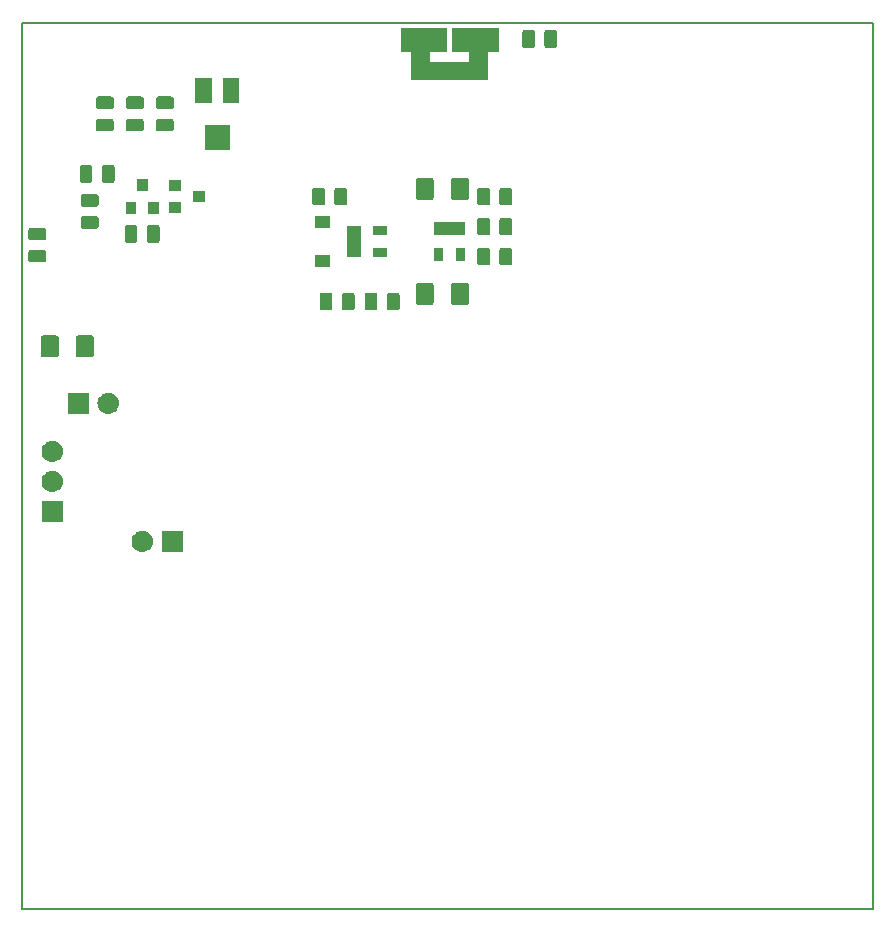
<source format=gbr>
%TF.GenerationSoftware,KiCad,Pcbnew,5.0.2-bee76a0~70~ubuntu18.04.1*%
%TF.CreationDate,2019-02-03T14:37:59+02:00*%
%TF.ProjectId,component_tester_adapter,636f6d70-6f6e-4656-9e74-5f7465737465,B*%
%TF.SameCoordinates,PX7e911f8PY6f6d640*%
%TF.FileFunction,Soldermask,Top*%
%TF.FilePolarity,Negative*%
%FSLAX46Y46*%
G04 Gerber Fmt 4.6, Leading zero omitted, Abs format (unit mm)*
G04 Created by KiCad (PCBNEW 5.0.2-bee76a0~70~ubuntu18.04.1) date 2019 m. vasario 03 d. 14:37:59*
%MOMM*%
%LPD*%
G01*
G04 APERTURE LIST*
%ADD10C,0.150000*%
G04 APERTURE END LIST*
D10*
X7620000Y54680000D02*
X56125000Y54680000D01*
X-15875000Y54680000D02*
X7620000Y54680000D01*
X56125000Y-20320000D02*
X56125000Y54680000D01*
X56125000Y-20320000D02*
X-15875000Y-20320000D01*
X-15875000Y-20320000D02*
X-15875000Y54680000D01*
G36*
X-2274000Y9894000D02*
X-4076000Y9894000D01*
X-4076000Y11696000D01*
X-2274000Y11696000D01*
X-2274000Y9894000D01*
X-2274000Y9894000D01*
G37*
G36*
X-5604557Y11689481D02*
X-5538373Y11682963D01*
X-5425147Y11648616D01*
X-5368533Y11631443D01*
X-5229913Y11557348D01*
X-5212009Y11547778D01*
X-5176271Y11518448D01*
X-5074814Y11435186D01*
X-4991552Y11333729D01*
X-4962222Y11297991D01*
X-4962221Y11297989D01*
X-4878557Y11141467D01*
X-4878557Y11141466D01*
X-4827037Y10971627D01*
X-4809641Y10795000D01*
X-4827037Y10618373D01*
X-4861384Y10505147D01*
X-4878557Y10448533D01*
X-4952652Y10309913D01*
X-4962222Y10292009D01*
X-4991552Y10256271D01*
X-5074814Y10154814D01*
X-5176271Y10071552D01*
X-5212009Y10042222D01*
X-5212011Y10042221D01*
X-5368533Y9958557D01*
X-5425147Y9941384D01*
X-5538373Y9907037D01*
X-5604558Y9900518D01*
X-5670740Y9894000D01*
X-5759260Y9894000D01*
X-5825442Y9900518D01*
X-5891627Y9907037D01*
X-6004853Y9941384D01*
X-6061467Y9958557D01*
X-6217989Y10042221D01*
X-6217991Y10042222D01*
X-6253729Y10071552D01*
X-6355186Y10154814D01*
X-6438448Y10256271D01*
X-6467778Y10292009D01*
X-6477348Y10309913D01*
X-6551443Y10448533D01*
X-6568616Y10505147D01*
X-6602963Y10618373D01*
X-6620359Y10795000D01*
X-6602963Y10971627D01*
X-6551443Y11141466D01*
X-6551443Y11141467D01*
X-6467779Y11297989D01*
X-6467778Y11297991D01*
X-6438448Y11333729D01*
X-6355186Y11435186D01*
X-6253729Y11518448D01*
X-6217991Y11547778D01*
X-6200087Y11557348D01*
X-6061467Y11631443D01*
X-6004853Y11648616D01*
X-5891627Y11682963D01*
X-5825442Y11689482D01*
X-5759260Y11696000D01*
X-5670740Y11696000D01*
X-5604557Y11689481D01*
X-5604557Y11689481D01*
G37*
G36*
X-12434000Y12434000D02*
X-14236000Y12434000D01*
X-14236000Y14236000D01*
X-12434000Y14236000D01*
X-12434000Y12434000D01*
X-12434000Y12434000D01*
G37*
G36*
X-13224558Y16769482D02*
X-13158373Y16762963D01*
X-13045147Y16728616D01*
X-12988533Y16711443D01*
X-12849913Y16637348D01*
X-12832009Y16627778D01*
X-12796271Y16598448D01*
X-12694814Y16515186D01*
X-12611552Y16413729D01*
X-12582222Y16377991D01*
X-12582221Y16377989D01*
X-12498557Y16221467D01*
X-12498557Y16221466D01*
X-12447037Y16051627D01*
X-12429641Y15875000D01*
X-12447037Y15698373D01*
X-12481384Y15585147D01*
X-12498557Y15528533D01*
X-12572652Y15389913D01*
X-12582222Y15372009D01*
X-12611552Y15336271D01*
X-12694814Y15234814D01*
X-12796271Y15151552D01*
X-12832009Y15122222D01*
X-12832011Y15122221D01*
X-12988533Y15038557D01*
X-13045147Y15021384D01*
X-13158373Y14987037D01*
X-13224557Y14980519D01*
X-13290740Y14974000D01*
X-13379260Y14974000D01*
X-13445442Y14980518D01*
X-13511627Y14987037D01*
X-13624853Y15021384D01*
X-13681467Y15038557D01*
X-13837989Y15122221D01*
X-13837991Y15122222D01*
X-13873729Y15151552D01*
X-13975186Y15234814D01*
X-14058448Y15336271D01*
X-14087778Y15372009D01*
X-14097348Y15389913D01*
X-14171443Y15528533D01*
X-14188616Y15585147D01*
X-14222963Y15698373D01*
X-14240359Y15875000D01*
X-14222963Y16051627D01*
X-14171443Y16221466D01*
X-14171443Y16221467D01*
X-14087779Y16377989D01*
X-14087778Y16377991D01*
X-14058448Y16413729D01*
X-13975186Y16515186D01*
X-13873729Y16598448D01*
X-13837991Y16627778D01*
X-13820087Y16637348D01*
X-13681467Y16711443D01*
X-13624853Y16728616D01*
X-13511627Y16762963D01*
X-13445443Y16769481D01*
X-13379260Y16776000D01*
X-13290740Y16776000D01*
X-13224558Y16769482D01*
X-13224558Y16769482D01*
G37*
G36*
X-13224558Y19309482D02*
X-13158373Y19302963D01*
X-13045147Y19268616D01*
X-12988533Y19251443D01*
X-12849913Y19177348D01*
X-12832009Y19167778D01*
X-12796271Y19138448D01*
X-12694814Y19055186D01*
X-12611552Y18953729D01*
X-12582222Y18917991D01*
X-12582221Y18917989D01*
X-12498557Y18761467D01*
X-12498557Y18761466D01*
X-12447037Y18591627D01*
X-12429641Y18415000D01*
X-12447037Y18238373D01*
X-12481384Y18125147D01*
X-12498557Y18068533D01*
X-12572652Y17929913D01*
X-12582222Y17912009D01*
X-12611552Y17876271D01*
X-12694814Y17774814D01*
X-12796271Y17691552D01*
X-12832009Y17662222D01*
X-12832011Y17662221D01*
X-12988533Y17578557D01*
X-13045147Y17561384D01*
X-13158373Y17527037D01*
X-13224558Y17520518D01*
X-13290740Y17514000D01*
X-13379260Y17514000D01*
X-13445443Y17520519D01*
X-13511627Y17527037D01*
X-13624853Y17561384D01*
X-13681467Y17578557D01*
X-13837989Y17662221D01*
X-13837991Y17662222D01*
X-13873729Y17691552D01*
X-13975186Y17774814D01*
X-14058448Y17876271D01*
X-14087778Y17912009D01*
X-14097348Y17929913D01*
X-14171443Y18068533D01*
X-14188616Y18125147D01*
X-14222963Y18238373D01*
X-14240359Y18415000D01*
X-14222963Y18591627D01*
X-14171443Y18761466D01*
X-14171443Y18761467D01*
X-14087779Y18917989D01*
X-14087778Y18917991D01*
X-14058448Y18953729D01*
X-13975186Y19055186D01*
X-13873729Y19138448D01*
X-13837991Y19167778D01*
X-13820087Y19177348D01*
X-13681467Y19251443D01*
X-13624853Y19268616D01*
X-13511627Y19302963D01*
X-13445442Y19309482D01*
X-13379260Y19316000D01*
X-13290740Y19316000D01*
X-13224558Y19309482D01*
X-13224558Y19309482D01*
G37*
G36*
X-10234000Y21579000D02*
X-12036000Y21579000D01*
X-12036000Y23381000D01*
X-10234000Y23381000D01*
X-10234000Y21579000D01*
X-10234000Y21579000D01*
G37*
G36*
X-8484557Y23374481D02*
X-8418373Y23367963D01*
X-8305147Y23333616D01*
X-8248533Y23316443D01*
X-8109913Y23242348D01*
X-8092009Y23232778D01*
X-8056271Y23203448D01*
X-7954814Y23120186D01*
X-7871552Y23018729D01*
X-7842222Y22982991D01*
X-7842221Y22982989D01*
X-7758557Y22826467D01*
X-7758557Y22826466D01*
X-7707037Y22656627D01*
X-7689641Y22480000D01*
X-7707037Y22303373D01*
X-7741384Y22190147D01*
X-7758557Y22133533D01*
X-7832652Y21994913D01*
X-7842222Y21977009D01*
X-7871552Y21941271D01*
X-7954814Y21839814D01*
X-8056271Y21756552D01*
X-8092009Y21727222D01*
X-8092011Y21727221D01*
X-8248533Y21643557D01*
X-8305147Y21626384D01*
X-8418373Y21592037D01*
X-8484558Y21585518D01*
X-8550740Y21579000D01*
X-8639260Y21579000D01*
X-8705443Y21585519D01*
X-8771627Y21592037D01*
X-8884853Y21626384D01*
X-8941467Y21643557D01*
X-9097989Y21727221D01*
X-9097991Y21727222D01*
X-9133729Y21756552D01*
X-9235186Y21839814D01*
X-9318448Y21941271D01*
X-9347778Y21977009D01*
X-9357348Y21994913D01*
X-9431443Y22133533D01*
X-9448616Y22190147D01*
X-9482963Y22303373D01*
X-9500359Y22480000D01*
X-9482963Y22656627D01*
X-9431443Y22826466D01*
X-9431443Y22826467D01*
X-9347779Y22982989D01*
X-9347778Y22982991D01*
X-9318448Y23018729D01*
X-9235186Y23120186D01*
X-9133729Y23203448D01*
X-9097991Y23232778D01*
X-9080087Y23242348D01*
X-8941467Y23316443D01*
X-8884853Y23333616D01*
X-8771627Y23367963D01*
X-8705443Y23374481D01*
X-8639260Y23381000D01*
X-8550740Y23381000D01*
X-8484557Y23374481D01*
X-8484557Y23374481D01*
G37*
G36*
X-12939438Y28226819D02*
X-12904523Y28216227D01*
X-12872335Y28199022D01*
X-12844127Y28175873D01*
X-12820978Y28147665D01*
X-12803773Y28115477D01*
X-12793181Y28080562D01*
X-12789000Y28038105D01*
X-12789000Y26571895D01*
X-12793181Y26529438D01*
X-12803773Y26494523D01*
X-12820978Y26462335D01*
X-12844127Y26434127D01*
X-12872335Y26410978D01*
X-12904523Y26393773D01*
X-12939438Y26383181D01*
X-12981895Y26379000D01*
X-14123105Y26379000D01*
X-14165562Y26383181D01*
X-14200477Y26393773D01*
X-14232665Y26410978D01*
X-14260873Y26434127D01*
X-14284022Y26462335D01*
X-14301227Y26494523D01*
X-14311819Y26529438D01*
X-14316000Y26571895D01*
X-14316000Y28038105D01*
X-14311819Y28080562D01*
X-14301227Y28115477D01*
X-14284022Y28147665D01*
X-14260873Y28175873D01*
X-14232665Y28199022D01*
X-14200477Y28216227D01*
X-14165562Y28226819D01*
X-14123105Y28231000D01*
X-12981895Y28231000D01*
X-12939438Y28226819D01*
X-12939438Y28226819D01*
G37*
G36*
X-9964438Y28226819D02*
X-9929523Y28216227D01*
X-9897335Y28199022D01*
X-9869127Y28175873D01*
X-9845978Y28147665D01*
X-9828773Y28115477D01*
X-9818181Y28080562D01*
X-9814000Y28038105D01*
X-9814000Y26571895D01*
X-9818181Y26529438D01*
X-9828773Y26494523D01*
X-9845978Y26462335D01*
X-9869127Y26434127D01*
X-9897335Y26410978D01*
X-9929523Y26393773D01*
X-9964438Y26383181D01*
X-10006895Y26379000D01*
X-11148105Y26379000D01*
X-11190562Y26383181D01*
X-11225477Y26393773D01*
X-11257665Y26410978D01*
X-11285873Y26434127D01*
X-11309022Y26462335D01*
X-11326227Y26494523D01*
X-11336819Y26529438D01*
X-11341000Y26571895D01*
X-11341000Y28038105D01*
X-11336819Y28080562D01*
X-11326227Y28115477D01*
X-11309022Y28147665D01*
X-11285873Y28175873D01*
X-11257665Y28199022D01*
X-11225477Y28216227D01*
X-11190562Y28226819D01*
X-11148105Y28231000D01*
X-10006895Y28231000D01*
X-9964438Y28226819D01*
X-9964438Y28226819D01*
G37*
G36*
X12104466Y31861435D02*
X12143137Y31849704D01*
X12178779Y31830652D01*
X12210017Y31805017D01*
X12235652Y31773779D01*
X12254704Y31738137D01*
X12266435Y31699466D01*
X12271000Y31653112D01*
X12271000Y30576888D01*
X12266435Y30530534D01*
X12254704Y30491863D01*
X12235652Y30456221D01*
X12210017Y30424983D01*
X12178779Y30399348D01*
X12143137Y30380296D01*
X12104466Y30368565D01*
X12058112Y30364000D01*
X11406888Y30364000D01*
X11360534Y30368565D01*
X11321863Y30380296D01*
X11286221Y30399348D01*
X11254983Y30424983D01*
X11229348Y30456221D01*
X11210296Y30491863D01*
X11198565Y30530534D01*
X11194000Y30576888D01*
X11194000Y31653112D01*
X11198565Y31699466D01*
X11210296Y31738137D01*
X11229348Y31773779D01*
X11254983Y31805017D01*
X11286221Y31830652D01*
X11321863Y31849704D01*
X11360534Y31861435D01*
X11406888Y31866000D01*
X12058112Y31866000D01*
X12104466Y31861435D01*
X12104466Y31861435D01*
G37*
G36*
X10229466Y31861435D02*
X10268137Y31849704D01*
X10303779Y31830652D01*
X10335017Y31805017D01*
X10360652Y31773779D01*
X10379704Y31738137D01*
X10391435Y31699466D01*
X10396000Y31653112D01*
X10396000Y30576888D01*
X10391435Y30530534D01*
X10379704Y30491863D01*
X10360652Y30456221D01*
X10335017Y30424983D01*
X10303779Y30399348D01*
X10268137Y30380296D01*
X10229466Y30368565D01*
X10183112Y30364000D01*
X9531888Y30364000D01*
X9485534Y30368565D01*
X9446863Y30380296D01*
X9411221Y30399348D01*
X9379983Y30424983D01*
X9354348Y30456221D01*
X9335296Y30491863D01*
X9323565Y30530534D01*
X9319000Y30576888D01*
X9319000Y31653112D01*
X9323565Y31699466D01*
X9335296Y31738137D01*
X9354348Y31773779D01*
X9379983Y31805017D01*
X9411221Y31830652D01*
X9446863Y31849704D01*
X9485534Y31861435D01*
X9531888Y31866000D01*
X10183112Y31866000D01*
X10229466Y31861435D01*
X10229466Y31861435D01*
G37*
G36*
X15914466Y31861435D02*
X15953137Y31849704D01*
X15988779Y31830652D01*
X16020017Y31805017D01*
X16045652Y31773779D01*
X16064704Y31738137D01*
X16076435Y31699466D01*
X16081000Y31653112D01*
X16081000Y30576888D01*
X16076435Y30530534D01*
X16064704Y30491863D01*
X16045652Y30456221D01*
X16020017Y30424983D01*
X15988779Y30399348D01*
X15953137Y30380296D01*
X15914466Y30368565D01*
X15868112Y30364000D01*
X15216888Y30364000D01*
X15170534Y30368565D01*
X15131863Y30380296D01*
X15096221Y30399348D01*
X15064983Y30424983D01*
X15039348Y30456221D01*
X15020296Y30491863D01*
X15008565Y30530534D01*
X15004000Y30576888D01*
X15004000Y31653112D01*
X15008565Y31699466D01*
X15020296Y31738137D01*
X15039348Y31773779D01*
X15064983Y31805017D01*
X15096221Y31830652D01*
X15131863Y31849704D01*
X15170534Y31861435D01*
X15216888Y31866000D01*
X15868112Y31866000D01*
X15914466Y31861435D01*
X15914466Y31861435D01*
G37*
G36*
X14039466Y31861435D02*
X14078137Y31849704D01*
X14113779Y31830652D01*
X14145017Y31805017D01*
X14170652Y31773779D01*
X14189704Y31738137D01*
X14201435Y31699466D01*
X14206000Y31653112D01*
X14206000Y30576888D01*
X14201435Y30530534D01*
X14189704Y30491863D01*
X14170652Y30456221D01*
X14145017Y30424983D01*
X14113779Y30399348D01*
X14078137Y30380296D01*
X14039466Y30368565D01*
X13993112Y30364000D01*
X13341888Y30364000D01*
X13295534Y30368565D01*
X13256863Y30380296D01*
X13221221Y30399348D01*
X13189983Y30424983D01*
X13164348Y30456221D01*
X13145296Y30491863D01*
X13133565Y30530534D01*
X13129000Y30576888D01*
X13129000Y31653112D01*
X13133565Y31699466D01*
X13145296Y31738137D01*
X13164348Y31773779D01*
X13189983Y31805017D01*
X13221221Y31830652D01*
X13256863Y31849704D01*
X13295534Y31861435D01*
X13341888Y31866000D01*
X13993112Y31866000D01*
X14039466Y31861435D01*
X14039466Y31861435D01*
G37*
G36*
X18810562Y32671819D02*
X18845477Y32661227D01*
X18877665Y32644022D01*
X18905873Y32620873D01*
X18929022Y32592665D01*
X18946227Y32560477D01*
X18956819Y32525562D01*
X18961000Y32483105D01*
X18961000Y31016895D01*
X18956819Y30974438D01*
X18946227Y30939523D01*
X18929022Y30907335D01*
X18905873Y30879127D01*
X18877665Y30855978D01*
X18845477Y30838773D01*
X18810562Y30828181D01*
X18768105Y30824000D01*
X17626895Y30824000D01*
X17584438Y30828181D01*
X17549523Y30838773D01*
X17517335Y30855978D01*
X17489127Y30879127D01*
X17465978Y30907335D01*
X17448773Y30939523D01*
X17438181Y30974438D01*
X17434000Y31016895D01*
X17434000Y32483105D01*
X17438181Y32525562D01*
X17448773Y32560477D01*
X17465978Y32592665D01*
X17489127Y32620873D01*
X17517335Y32644022D01*
X17549523Y32661227D01*
X17584438Y32671819D01*
X17626895Y32676000D01*
X18768105Y32676000D01*
X18810562Y32671819D01*
X18810562Y32671819D01*
G37*
G36*
X21785562Y32671819D02*
X21820477Y32661227D01*
X21852665Y32644022D01*
X21880873Y32620873D01*
X21904022Y32592665D01*
X21921227Y32560477D01*
X21931819Y32525562D01*
X21936000Y32483105D01*
X21936000Y31016895D01*
X21931819Y30974438D01*
X21921227Y30939523D01*
X21904022Y30907335D01*
X21880873Y30879127D01*
X21852665Y30855978D01*
X21820477Y30838773D01*
X21785562Y30828181D01*
X21743105Y30824000D01*
X20601895Y30824000D01*
X20559438Y30828181D01*
X20524523Y30838773D01*
X20492335Y30855978D01*
X20464127Y30879127D01*
X20440978Y30907335D01*
X20423773Y30939523D01*
X20413181Y30974438D01*
X20409000Y31016895D01*
X20409000Y32483105D01*
X20413181Y32525562D01*
X20423773Y32560477D01*
X20440978Y32592665D01*
X20464127Y32620873D01*
X20492335Y32644022D01*
X20524523Y32661227D01*
X20559438Y32671819D01*
X20601895Y32676000D01*
X21743105Y32676000D01*
X21785562Y32671819D01*
X21785562Y32671819D01*
G37*
G36*
X10176000Y34044000D02*
X8874000Y34044000D01*
X8874000Y35046000D01*
X10176000Y35046000D01*
X10176000Y34044000D01*
X10176000Y34044000D01*
G37*
G36*
X23564466Y35671435D02*
X23603137Y35659704D01*
X23638779Y35640652D01*
X23670017Y35615017D01*
X23695652Y35583779D01*
X23714704Y35548137D01*
X23726435Y35509466D01*
X23731000Y35463112D01*
X23731000Y34386888D01*
X23726435Y34340534D01*
X23714704Y34301863D01*
X23695652Y34266221D01*
X23670017Y34234983D01*
X23638779Y34209348D01*
X23603137Y34190296D01*
X23564466Y34178565D01*
X23518112Y34174000D01*
X22866888Y34174000D01*
X22820534Y34178565D01*
X22781863Y34190296D01*
X22746221Y34209348D01*
X22714983Y34234983D01*
X22689348Y34266221D01*
X22670296Y34301863D01*
X22658565Y34340534D01*
X22654000Y34386888D01*
X22654000Y35463112D01*
X22658565Y35509466D01*
X22670296Y35548137D01*
X22689348Y35583779D01*
X22714983Y35615017D01*
X22746221Y35640652D01*
X22781863Y35659704D01*
X22820534Y35671435D01*
X22866888Y35676000D01*
X23518112Y35676000D01*
X23564466Y35671435D01*
X23564466Y35671435D01*
G37*
G36*
X25439466Y35671435D02*
X25478137Y35659704D01*
X25513779Y35640652D01*
X25545017Y35615017D01*
X25570652Y35583779D01*
X25589704Y35548137D01*
X25601435Y35509466D01*
X25606000Y35463112D01*
X25606000Y34386888D01*
X25601435Y34340534D01*
X25589704Y34301863D01*
X25570652Y34266221D01*
X25545017Y34234983D01*
X25513779Y34209348D01*
X25478137Y34190296D01*
X25439466Y34178565D01*
X25393112Y34174000D01*
X24741888Y34174000D01*
X24695534Y34178565D01*
X24656863Y34190296D01*
X24621221Y34209348D01*
X24589983Y34234983D01*
X24564348Y34266221D01*
X24545296Y34301863D01*
X24533565Y34340534D01*
X24529000Y34386888D01*
X24529000Y35463112D01*
X24533565Y35509466D01*
X24545296Y35548137D01*
X24564348Y35583779D01*
X24589983Y35615017D01*
X24621221Y35640652D01*
X24656863Y35659704D01*
X24695534Y35671435D01*
X24741888Y35676000D01*
X25393112Y35676000D01*
X25439466Y35671435D01*
X25439466Y35671435D01*
G37*
G36*
X-14020534Y35488935D02*
X-13981863Y35477204D01*
X-13946221Y35458152D01*
X-13914983Y35432517D01*
X-13889348Y35401279D01*
X-13870296Y35365637D01*
X-13858565Y35326966D01*
X-13854000Y35280612D01*
X-13854000Y34629388D01*
X-13858565Y34583034D01*
X-13870296Y34544363D01*
X-13889348Y34508721D01*
X-13914983Y34477483D01*
X-13946221Y34451848D01*
X-13981863Y34432796D01*
X-14020534Y34421065D01*
X-14066888Y34416500D01*
X-15143112Y34416500D01*
X-15189466Y34421065D01*
X-15228137Y34432796D01*
X-15263779Y34451848D01*
X-15295017Y34477483D01*
X-15320652Y34508721D01*
X-15339704Y34544363D01*
X-15351435Y34583034D01*
X-15356000Y34629388D01*
X-15356000Y35280612D01*
X-15351435Y35326966D01*
X-15339704Y35365637D01*
X-15320652Y35401279D01*
X-15295017Y35432517D01*
X-15263779Y35458152D01*
X-15228137Y35477204D01*
X-15189466Y35488935D01*
X-15143112Y35493500D01*
X-14066888Y35493500D01*
X-14020534Y35488935D01*
X-14020534Y35488935D01*
G37*
G36*
X21646000Y34514000D02*
X20894000Y34514000D01*
X20894000Y35676000D01*
X21646000Y35676000D01*
X21646000Y34514000D01*
X21646000Y34514000D01*
G37*
G36*
X19746000Y34514000D02*
X18994000Y34514000D01*
X18994000Y35676000D01*
X19746000Y35676000D01*
X19746000Y34514000D01*
X19746000Y34514000D01*
G37*
G36*
X15016000Y34869000D02*
X13854000Y34869000D01*
X13854000Y35621000D01*
X15016000Y35621000D01*
X15016000Y34869000D01*
X15016000Y34869000D01*
G37*
G36*
X12816000Y34869000D02*
X11654000Y34869000D01*
X11654000Y37521000D01*
X12816000Y37521000D01*
X12816000Y34869000D01*
X12816000Y34869000D01*
G37*
G36*
X-4405534Y37576435D02*
X-4366863Y37564704D01*
X-4331221Y37545652D01*
X-4299983Y37520017D01*
X-4274348Y37488779D01*
X-4255296Y37453137D01*
X-4243565Y37414466D01*
X-4239000Y37368112D01*
X-4239000Y36291888D01*
X-4243565Y36245534D01*
X-4255296Y36206863D01*
X-4274348Y36171221D01*
X-4299983Y36139983D01*
X-4331221Y36114348D01*
X-4366863Y36095296D01*
X-4405534Y36083565D01*
X-4451888Y36079000D01*
X-5103112Y36079000D01*
X-5149466Y36083565D01*
X-5188137Y36095296D01*
X-5223779Y36114348D01*
X-5255017Y36139983D01*
X-5280652Y36171221D01*
X-5299704Y36206863D01*
X-5311435Y36245534D01*
X-5316000Y36291888D01*
X-5316000Y37368112D01*
X-5311435Y37414466D01*
X-5299704Y37453137D01*
X-5280652Y37488779D01*
X-5255017Y37520017D01*
X-5223779Y37545652D01*
X-5188137Y37564704D01*
X-5149466Y37576435D01*
X-5103112Y37581000D01*
X-4451888Y37581000D01*
X-4405534Y37576435D01*
X-4405534Y37576435D01*
G37*
G36*
X-6280534Y37576435D02*
X-6241863Y37564704D01*
X-6206221Y37545652D01*
X-6174983Y37520017D01*
X-6149348Y37488779D01*
X-6130296Y37453137D01*
X-6118565Y37414466D01*
X-6114000Y37368112D01*
X-6114000Y36291888D01*
X-6118565Y36245534D01*
X-6130296Y36206863D01*
X-6149348Y36171221D01*
X-6174983Y36139983D01*
X-6206221Y36114348D01*
X-6241863Y36095296D01*
X-6280534Y36083565D01*
X-6326888Y36079000D01*
X-6978112Y36079000D01*
X-7024466Y36083565D01*
X-7063137Y36095296D01*
X-7098779Y36114348D01*
X-7130017Y36139983D01*
X-7155652Y36171221D01*
X-7174704Y36206863D01*
X-7186435Y36245534D01*
X-7191000Y36291888D01*
X-7191000Y37368112D01*
X-7186435Y37414466D01*
X-7174704Y37453137D01*
X-7155652Y37488779D01*
X-7130017Y37520017D01*
X-7098779Y37545652D01*
X-7063137Y37564704D01*
X-7024466Y37576435D01*
X-6978112Y37581000D01*
X-6326888Y37581000D01*
X-6280534Y37576435D01*
X-6280534Y37576435D01*
G37*
G36*
X-14020534Y37363935D02*
X-13981863Y37352204D01*
X-13946221Y37333152D01*
X-13914983Y37307517D01*
X-13889348Y37276279D01*
X-13870296Y37240637D01*
X-13858565Y37201966D01*
X-13854000Y37155612D01*
X-13854000Y36504388D01*
X-13858565Y36458034D01*
X-13870296Y36419363D01*
X-13889348Y36383721D01*
X-13914983Y36352483D01*
X-13946221Y36326848D01*
X-13981863Y36307796D01*
X-14020534Y36296065D01*
X-14066888Y36291500D01*
X-15143112Y36291500D01*
X-15189466Y36296065D01*
X-15228137Y36307796D01*
X-15263779Y36326848D01*
X-15295017Y36352483D01*
X-15320652Y36383721D01*
X-15339704Y36419363D01*
X-15351435Y36458034D01*
X-15356000Y36504388D01*
X-15356000Y37155612D01*
X-15351435Y37201966D01*
X-15339704Y37240637D01*
X-15320652Y37276279D01*
X-15295017Y37307517D01*
X-15263779Y37333152D01*
X-15228137Y37352204D01*
X-15189466Y37363935D01*
X-15143112Y37368500D01*
X-14066888Y37368500D01*
X-14020534Y37363935D01*
X-14020534Y37363935D01*
G37*
G36*
X23564466Y38211435D02*
X23603137Y38199704D01*
X23638779Y38180652D01*
X23670017Y38155017D01*
X23695652Y38123779D01*
X23714704Y38088137D01*
X23726435Y38049466D01*
X23731000Y38003112D01*
X23731000Y36926888D01*
X23726435Y36880534D01*
X23714704Y36841863D01*
X23695652Y36806221D01*
X23670017Y36774983D01*
X23638779Y36749348D01*
X23603137Y36730296D01*
X23564466Y36718565D01*
X23518112Y36714000D01*
X22866888Y36714000D01*
X22820534Y36718565D01*
X22781863Y36730296D01*
X22746221Y36749348D01*
X22714983Y36774983D01*
X22689348Y36806221D01*
X22670296Y36841863D01*
X22658565Y36880534D01*
X22654000Y36926888D01*
X22654000Y38003112D01*
X22658565Y38049466D01*
X22670296Y38088137D01*
X22689348Y38123779D01*
X22714983Y38155017D01*
X22746221Y38180652D01*
X22781863Y38199704D01*
X22820534Y38211435D01*
X22866888Y38216000D01*
X23518112Y38216000D01*
X23564466Y38211435D01*
X23564466Y38211435D01*
G37*
G36*
X21646000Y36714000D02*
X18994000Y36714000D01*
X18994000Y37876000D01*
X21646000Y37876000D01*
X21646000Y36714000D01*
X21646000Y36714000D01*
G37*
G36*
X25439466Y38211435D02*
X25478137Y38199704D01*
X25513779Y38180652D01*
X25545017Y38155017D01*
X25570652Y38123779D01*
X25589704Y38088137D01*
X25601435Y38049466D01*
X25606000Y38003112D01*
X25606000Y36926888D01*
X25601435Y36880534D01*
X25589704Y36841863D01*
X25570652Y36806221D01*
X25545017Y36774983D01*
X25513779Y36749348D01*
X25478137Y36730296D01*
X25439466Y36718565D01*
X25393112Y36714000D01*
X24741888Y36714000D01*
X24695534Y36718565D01*
X24656863Y36730296D01*
X24621221Y36749348D01*
X24589983Y36774983D01*
X24564348Y36806221D01*
X24545296Y36841863D01*
X24533565Y36880534D01*
X24529000Y36926888D01*
X24529000Y38003112D01*
X24533565Y38049466D01*
X24545296Y38088137D01*
X24564348Y38123779D01*
X24589983Y38155017D01*
X24621221Y38180652D01*
X24656863Y38199704D01*
X24695534Y38211435D01*
X24741888Y38216000D01*
X25393112Y38216000D01*
X25439466Y38211435D01*
X25439466Y38211435D01*
G37*
G36*
X15016000Y36769000D02*
X13854000Y36769000D01*
X13854000Y37521000D01*
X15016000Y37521000D01*
X15016000Y36769000D01*
X15016000Y36769000D01*
G37*
G36*
X-9575534Y38331435D02*
X-9536863Y38319704D01*
X-9501221Y38300652D01*
X-9469983Y38275017D01*
X-9444348Y38243779D01*
X-9425296Y38208137D01*
X-9413565Y38169466D01*
X-9409000Y38123112D01*
X-9409000Y37471888D01*
X-9413565Y37425534D01*
X-9425296Y37386863D01*
X-9444348Y37351221D01*
X-9469983Y37319983D01*
X-9501221Y37294348D01*
X-9536863Y37275296D01*
X-9575534Y37263565D01*
X-9621888Y37259000D01*
X-10698112Y37259000D01*
X-10744466Y37263565D01*
X-10783137Y37275296D01*
X-10818779Y37294348D01*
X-10850017Y37319983D01*
X-10875652Y37351221D01*
X-10894704Y37386863D01*
X-10906435Y37425534D01*
X-10911000Y37471888D01*
X-10911000Y38123112D01*
X-10906435Y38169466D01*
X-10894704Y38208137D01*
X-10875652Y38243779D01*
X-10850017Y38275017D01*
X-10818779Y38300652D01*
X-10783137Y38319704D01*
X-10744466Y38331435D01*
X-10698112Y38336000D01*
X-9621888Y38336000D01*
X-9575534Y38331435D01*
X-9575534Y38331435D01*
G37*
G36*
X10176000Y37344000D02*
X8874000Y37344000D01*
X8874000Y38346000D01*
X10176000Y38346000D01*
X10176000Y37344000D01*
X10176000Y37344000D01*
G37*
G36*
X-4314000Y38504000D02*
X-5216000Y38504000D01*
X-5216000Y39506000D01*
X-4314000Y39506000D01*
X-4314000Y38504000D01*
X-4314000Y38504000D01*
G37*
G36*
X-6214000Y38504000D02*
X-7116000Y38504000D01*
X-7116000Y39506000D01*
X-6214000Y39506000D01*
X-6214000Y38504000D01*
X-6214000Y38504000D01*
G37*
G36*
X-2404000Y38604000D02*
X-3406000Y38604000D01*
X-3406000Y39506000D01*
X-2404000Y39506000D01*
X-2404000Y38604000D01*
X-2404000Y38604000D01*
G37*
G36*
X-9575534Y40206435D02*
X-9536863Y40194704D01*
X-9501221Y40175652D01*
X-9469983Y40150017D01*
X-9444348Y40118779D01*
X-9425296Y40083137D01*
X-9413565Y40044466D01*
X-9409000Y39998112D01*
X-9409000Y39346888D01*
X-9413565Y39300534D01*
X-9425296Y39261863D01*
X-9444348Y39226221D01*
X-9469983Y39194983D01*
X-9501221Y39169348D01*
X-9536863Y39150296D01*
X-9575534Y39138565D01*
X-9621888Y39134000D01*
X-10698112Y39134000D01*
X-10744466Y39138565D01*
X-10783137Y39150296D01*
X-10818779Y39169348D01*
X-10850017Y39194983D01*
X-10875652Y39226221D01*
X-10894704Y39261863D01*
X-10906435Y39300534D01*
X-10911000Y39346888D01*
X-10911000Y39998112D01*
X-10906435Y40044466D01*
X-10894704Y40083137D01*
X-10875652Y40118779D01*
X-10850017Y40150017D01*
X-10818779Y40175652D01*
X-10783137Y40194704D01*
X-10744466Y40206435D01*
X-10698112Y40211000D01*
X-9621888Y40211000D01*
X-9575534Y40206435D01*
X-9575534Y40206435D01*
G37*
G36*
X23564466Y40751435D02*
X23603137Y40739704D01*
X23638779Y40720652D01*
X23670017Y40695017D01*
X23695652Y40663779D01*
X23714704Y40628137D01*
X23726435Y40589466D01*
X23731000Y40543112D01*
X23731000Y39466888D01*
X23726435Y39420534D01*
X23714704Y39381863D01*
X23695652Y39346221D01*
X23670017Y39314983D01*
X23638779Y39289348D01*
X23603137Y39270296D01*
X23564466Y39258565D01*
X23518112Y39254000D01*
X22866888Y39254000D01*
X22820534Y39258565D01*
X22781863Y39270296D01*
X22746221Y39289348D01*
X22714983Y39314983D01*
X22689348Y39346221D01*
X22670296Y39381863D01*
X22658565Y39420534D01*
X22654000Y39466888D01*
X22654000Y40543112D01*
X22658565Y40589466D01*
X22670296Y40628137D01*
X22689348Y40663779D01*
X22714983Y40695017D01*
X22746221Y40720652D01*
X22781863Y40739704D01*
X22820534Y40751435D01*
X22866888Y40756000D01*
X23518112Y40756000D01*
X23564466Y40751435D01*
X23564466Y40751435D01*
G37*
G36*
X25439466Y40751435D02*
X25478137Y40739704D01*
X25513779Y40720652D01*
X25545017Y40695017D01*
X25570652Y40663779D01*
X25589704Y40628137D01*
X25601435Y40589466D01*
X25606000Y40543112D01*
X25606000Y39466888D01*
X25601435Y39420534D01*
X25589704Y39381863D01*
X25570652Y39346221D01*
X25545017Y39314983D01*
X25513779Y39289348D01*
X25478137Y39270296D01*
X25439466Y39258565D01*
X25393112Y39254000D01*
X24741888Y39254000D01*
X24695534Y39258565D01*
X24656863Y39270296D01*
X24621221Y39289348D01*
X24589983Y39314983D01*
X24564348Y39346221D01*
X24545296Y39381863D01*
X24533565Y39420534D01*
X24529000Y39466888D01*
X24529000Y40543112D01*
X24533565Y40589466D01*
X24545296Y40628137D01*
X24564348Y40663779D01*
X24589983Y40695017D01*
X24621221Y40720652D01*
X24656863Y40739704D01*
X24695534Y40751435D01*
X24741888Y40756000D01*
X25393112Y40756000D01*
X25439466Y40751435D01*
X25439466Y40751435D01*
G37*
G36*
X9594466Y40751435D02*
X9633137Y40739704D01*
X9668779Y40720652D01*
X9700017Y40695017D01*
X9725652Y40663779D01*
X9744704Y40628137D01*
X9756435Y40589466D01*
X9761000Y40543112D01*
X9761000Y39466888D01*
X9756435Y39420534D01*
X9744704Y39381863D01*
X9725652Y39346221D01*
X9700017Y39314983D01*
X9668779Y39289348D01*
X9633137Y39270296D01*
X9594466Y39258565D01*
X9548112Y39254000D01*
X8896888Y39254000D01*
X8850534Y39258565D01*
X8811863Y39270296D01*
X8776221Y39289348D01*
X8744983Y39314983D01*
X8719348Y39346221D01*
X8700296Y39381863D01*
X8688565Y39420534D01*
X8684000Y39466888D01*
X8684000Y40543112D01*
X8688565Y40589466D01*
X8700296Y40628137D01*
X8719348Y40663779D01*
X8744983Y40695017D01*
X8776221Y40720652D01*
X8811863Y40739704D01*
X8850534Y40751435D01*
X8896888Y40756000D01*
X9548112Y40756000D01*
X9594466Y40751435D01*
X9594466Y40751435D01*
G37*
G36*
X11469466Y40751435D02*
X11508137Y40739704D01*
X11543779Y40720652D01*
X11575017Y40695017D01*
X11600652Y40663779D01*
X11619704Y40628137D01*
X11631435Y40589466D01*
X11636000Y40543112D01*
X11636000Y39466888D01*
X11631435Y39420534D01*
X11619704Y39381863D01*
X11600652Y39346221D01*
X11575017Y39314983D01*
X11543779Y39289348D01*
X11508137Y39270296D01*
X11469466Y39258565D01*
X11423112Y39254000D01*
X10771888Y39254000D01*
X10725534Y39258565D01*
X10686863Y39270296D01*
X10651221Y39289348D01*
X10619983Y39314983D01*
X10594348Y39346221D01*
X10575296Y39381863D01*
X10563565Y39420534D01*
X10559000Y39466888D01*
X10559000Y40543112D01*
X10563565Y40589466D01*
X10575296Y40628137D01*
X10594348Y40663779D01*
X10619983Y40695017D01*
X10651221Y40720652D01*
X10686863Y40739704D01*
X10725534Y40751435D01*
X10771888Y40756000D01*
X11423112Y40756000D01*
X11469466Y40751435D01*
X11469466Y40751435D01*
G37*
G36*
X-404000Y39554000D02*
X-1406000Y39554000D01*
X-1406000Y40456000D01*
X-404000Y40456000D01*
X-404000Y39554000D01*
X-404000Y39554000D01*
G37*
G36*
X21785562Y41561819D02*
X21820477Y41551227D01*
X21852665Y41534022D01*
X21880873Y41510873D01*
X21904022Y41482665D01*
X21921227Y41450477D01*
X21931819Y41415562D01*
X21936000Y41373105D01*
X21936000Y39906895D01*
X21931819Y39864438D01*
X21921227Y39829523D01*
X21904022Y39797335D01*
X21880873Y39769127D01*
X21852665Y39745978D01*
X21820477Y39728773D01*
X21785562Y39718181D01*
X21743105Y39714000D01*
X20601895Y39714000D01*
X20559438Y39718181D01*
X20524523Y39728773D01*
X20492335Y39745978D01*
X20464127Y39769127D01*
X20440978Y39797335D01*
X20423773Y39829523D01*
X20413181Y39864438D01*
X20409000Y39906895D01*
X20409000Y41373105D01*
X20413181Y41415562D01*
X20423773Y41450477D01*
X20440978Y41482665D01*
X20464127Y41510873D01*
X20492335Y41534022D01*
X20524523Y41551227D01*
X20559438Y41561819D01*
X20601895Y41566000D01*
X21743105Y41566000D01*
X21785562Y41561819D01*
X21785562Y41561819D01*
G37*
G36*
X18810562Y41561819D02*
X18845477Y41551227D01*
X18877665Y41534022D01*
X18905873Y41510873D01*
X18929022Y41482665D01*
X18946227Y41450477D01*
X18956819Y41415562D01*
X18961000Y41373105D01*
X18961000Y39906895D01*
X18956819Y39864438D01*
X18946227Y39829523D01*
X18929022Y39797335D01*
X18905873Y39769127D01*
X18877665Y39745978D01*
X18845477Y39728773D01*
X18810562Y39718181D01*
X18768105Y39714000D01*
X17626895Y39714000D01*
X17584438Y39718181D01*
X17549523Y39728773D01*
X17517335Y39745978D01*
X17489127Y39769127D01*
X17465978Y39797335D01*
X17448773Y39829523D01*
X17438181Y39864438D01*
X17434000Y39906895D01*
X17434000Y41373105D01*
X17438181Y41415562D01*
X17448773Y41450477D01*
X17465978Y41482665D01*
X17489127Y41510873D01*
X17517335Y41534022D01*
X17549523Y41551227D01*
X17584438Y41561819D01*
X17626895Y41566000D01*
X18768105Y41566000D01*
X18810562Y41561819D01*
X18810562Y41561819D01*
G37*
G36*
X-2404000Y40504000D02*
X-3406000Y40504000D01*
X-3406000Y41406000D01*
X-2404000Y41406000D01*
X-2404000Y40504000D01*
X-2404000Y40504000D01*
G37*
G36*
X-5264000Y40504000D02*
X-6166000Y40504000D01*
X-6166000Y41506000D01*
X-5264000Y41506000D01*
X-5264000Y40504000D01*
X-5264000Y40504000D01*
G37*
G36*
X-10090534Y42656435D02*
X-10051863Y42644704D01*
X-10016221Y42625652D01*
X-9984983Y42600017D01*
X-9959348Y42568779D01*
X-9940296Y42533137D01*
X-9928565Y42494466D01*
X-9924000Y42448112D01*
X-9924000Y41371888D01*
X-9928565Y41325534D01*
X-9940296Y41286863D01*
X-9959348Y41251221D01*
X-9984983Y41219983D01*
X-10016221Y41194348D01*
X-10051863Y41175296D01*
X-10090534Y41163565D01*
X-10136888Y41159000D01*
X-10788112Y41159000D01*
X-10834466Y41163565D01*
X-10873137Y41175296D01*
X-10908779Y41194348D01*
X-10940017Y41219983D01*
X-10965652Y41251221D01*
X-10984704Y41286863D01*
X-10996435Y41325534D01*
X-11001000Y41371888D01*
X-11001000Y42448112D01*
X-10996435Y42494466D01*
X-10984704Y42533137D01*
X-10965652Y42568779D01*
X-10940017Y42600017D01*
X-10908779Y42625652D01*
X-10873137Y42644704D01*
X-10834466Y42656435D01*
X-10788112Y42661000D01*
X-10136888Y42661000D01*
X-10090534Y42656435D01*
X-10090534Y42656435D01*
G37*
G36*
X-8215534Y42656435D02*
X-8176863Y42644704D01*
X-8141221Y42625652D01*
X-8109983Y42600017D01*
X-8084348Y42568779D01*
X-8065296Y42533137D01*
X-8053565Y42494466D01*
X-8049000Y42448112D01*
X-8049000Y41371888D01*
X-8053565Y41325534D01*
X-8065296Y41286863D01*
X-8084348Y41251221D01*
X-8109983Y41219983D01*
X-8141221Y41194348D01*
X-8176863Y41175296D01*
X-8215534Y41163565D01*
X-8261888Y41159000D01*
X-8913112Y41159000D01*
X-8959466Y41163565D01*
X-8998137Y41175296D01*
X-9033779Y41194348D01*
X-9065017Y41219983D01*
X-9090652Y41251221D01*
X-9109704Y41286863D01*
X-9121435Y41325534D01*
X-9126000Y41371888D01*
X-9126000Y42448112D01*
X-9121435Y42494466D01*
X-9109704Y42533137D01*
X-9090652Y42568779D01*
X-9065017Y42600017D01*
X-9033779Y42625652D01*
X-8998137Y42644704D01*
X-8959466Y42656435D01*
X-8913112Y42661000D01*
X-8261888Y42661000D01*
X-8215534Y42656435D01*
X-8215534Y42656435D01*
G37*
G36*
X1686000Y43939000D02*
X-416000Y43939000D01*
X-416000Y46041000D01*
X1686000Y46041000D01*
X1686000Y43939000D01*
X1686000Y43939000D01*
G37*
G36*
X-3225534Y46586435D02*
X-3186863Y46574704D01*
X-3151221Y46555652D01*
X-3119983Y46530017D01*
X-3094348Y46498779D01*
X-3075296Y46463137D01*
X-3063565Y46424466D01*
X-3059000Y46378112D01*
X-3059000Y45726888D01*
X-3063565Y45680534D01*
X-3075296Y45641863D01*
X-3094348Y45606221D01*
X-3119983Y45574983D01*
X-3151221Y45549348D01*
X-3186863Y45530296D01*
X-3225534Y45518565D01*
X-3271888Y45514000D01*
X-4348112Y45514000D01*
X-4394466Y45518565D01*
X-4433137Y45530296D01*
X-4468779Y45549348D01*
X-4500017Y45574983D01*
X-4525652Y45606221D01*
X-4544704Y45641863D01*
X-4556435Y45680534D01*
X-4561000Y45726888D01*
X-4561000Y46378112D01*
X-4556435Y46424466D01*
X-4544704Y46463137D01*
X-4525652Y46498779D01*
X-4500017Y46530017D01*
X-4468779Y46555652D01*
X-4433137Y46574704D01*
X-4394466Y46586435D01*
X-4348112Y46591000D01*
X-3271888Y46591000D01*
X-3225534Y46586435D01*
X-3225534Y46586435D01*
G37*
G36*
X-5765534Y46586435D02*
X-5726863Y46574704D01*
X-5691221Y46555652D01*
X-5659983Y46530017D01*
X-5634348Y46498779D01*
X-5615296Y46463137D01*
X-5603565Y46424466D01*
X-5599000Y46378112D01*
X-5599000Y45726888D01*
X-5603565Y45680534D01*
X-5615296Y45641863D01*
X-5634348Y45606221D01*
X-5659983Y45574983D01*
X-5691221Y45549348D01*
X-5726863Y45530296D01*
X-5765534Y45518565D01*
X-5811888Y45514000D01*
X-6888112Y45514000D01*
X-6934466Y45518565D01*
X-6973137Y45530296D01*
X-7008779Y45549348D01*
X-7040017Y45574983D01*
X-7065652Y45606221D01*
X-7084704Y45641863D01*
X-7096435Y45680534D01*
X-7101000Y45726888D01*
X-7101000Y46378112D01*
X-7096435Y46424466D01*
X-7084704Y46463137D01*
X-7065652Y46498779D01*
X-7040017Y46530017D01*
X-7008779Y46555652D01*
X-6973137Y46574704D01*
X-6934466Y46586435D01*
X-6888112Y46591000D01*
X-5811888Y46591000D01*
X-5765534Y46586435D01*
X-5765534Y46586435D01*
G37*
G36*
X-8305534Y46586435D02*
X-8266863Y46574704D01*
X-8231221Y46555652D01*
X-8199983Y46530017D01*
X-8174348Y46498779D01*
X-8155296Y46463137D01*
X-8143565Y46424466D01*
X-8139000Y46378112D01*
X-8139000Y45726888D01*
X-8143565Y45680534D01*
X-8155296Y45641863D01*
X-8174348Y45606221D01*
X-8199983Y45574983D01*
X-8231221Y45549348D01*
X-8266863Y45530296D01*
X-8305534Y45518565D01*
X-8351888Y45514000D01*
X-9428112Y45514000D01*
X-9474466Y45518565D01*
X-9513137Y45530296D01*
X-9548779Y45549348D01*
X-9580017Y45574983D01*
X-9605652Y45606221D01*
X-9624704Y45641863D01*
X-9636435Y45680534D01*
X-9641000Y45726888D01*
X-9641000Y46378112D01*
X-9636435Y46424466D01*
X-9624704Y46463137D01*
X-9605652Y46498779D01*
X-9580017Y46530017D01*
X-9548779Y46555652D01*
X-9513137Y46574704D01*
X-9474466Y46586435D01*
X-9428112Y46591000D01*
X-8351888Y46591000D01*
X-8305534Y46586435D01*
X-8305534Y46586435D01*
G37*
G36*
X-5765534Y48461435D02*
X-5726863Y48449704D01*
X-5691221Y48430652D01*
X-5659983Y48405017D01*
X-5634348Y48373779D01*
X-5615296Y48338137D01*
X-5603565Y48299466D01*
X-5599000Y48253112D01*
X-5599000Y47601888D01*
X-5603565Y47555534D01*
X-5615296Y47516863D01*
X-5634348Y47481221D01*
X-5659983Y47449983D01*
X-5691221Y47424348D01*
X-5726863Y47405296D01*
X-5765534Y47393565D01*
X-5811888Y47389000D01*
X-6888112Y47389000D01*
X-6934466Y47393565D01*
X-6973137Y47405296D01*
X-7008779Y47424348D01*
X-7040017Y47449983D01*
X-7065652Y47481221D01*
X-7084704Y47516863D01*
X-7096435Y47555534D01*
X-7101000Y47601888D01*
X-7101000Y48253112D01*
X-7096435Y48299466D01*
X-7084704Y48338137D01*
X-7065652Y48373779D01*
X-7040017Y48405017D01*
X-7008779Y48430652D01*
X-6973137Y48449704D01*
X-6934466Y48461435D01*
X-6888112Y48466000D01*
X-5811888Y48466000D01*
X-5765534Y48461435D01*
X-5765534Y48461435D01*
G37*
G36*
X-3225534Y48461435D02*
X-3186863Y48449704D01*
X-3151221Y48430652D01*
X-3119983Y48405017D01*
X-3094348Y48373779D01*
X-3075296Y48338137D01*
X-3063565Y48299466D01*
X-3059000Y48253112D01*
X-3059000Y47601888D01*
X-3063565Y47555534D01*
X-3075296Y47516863D01*
X-3094348Y47481221D01*
X-3119983Y47449983D01*
X-3151221Y47424348D01*
X-3186863Y47405296D01*
X-3225534Y47393565D01*
X-3271888Y47389000D01*
X-4348112Y47389000D01*
X-4394466Y47393565D01*
X-4433137Y47405296D01*
X-4468779Y47424348D01*
X-4500017Y47449983D01*
X-4525652Y47481221D01*
X-4544704Y47516863D01*
X-4556435Y47555534D01*
X-4561000Y47601888D01*
X-4561000Y48253112D01*
X-4556435Y48299466D01*
X-4544704Y48338137D01*
X-4525652Y48373779D01*
X-4500017Y48405017D01*
X-4468779Y48430652D01*
X-4433137Y48449704D01*
X-4394466Y48461435D01*
X-4348112Y48466000D01*
X-3271888Y48466000D01*
X-3225534Y48461435D01*
X-3225534Y48461435D01*
G37*
G36*
X-8305534Y48461435D02*
X-8266863Y48449704D01*
X-8231221Y48430652D01*
X-8199983Y48405017D01*
X-8174348Y48373779D01*
X-8155296Y48338137D01*
X-8143565Y48299466D01*
X-8139000Y48253112D01*
X-8139000Y47601888D01*
X-8143565Y47555534D01*
X-8155296Y47516863D01*
X-8174348Y47481221D01*
X-8199983Y47449983D01*
X-8231221Y47424348D01*
X-8266863Y47405296D01*
X-8305534Y47393565D01*
X-8351888Y47389000D01*
X-9428112Y47389000D01*
X-9474466Y47393565D01*
X-9513137Y47405296D01*
X-9548779Y47424348D01*
X-9580017Y47449983D01*
X-9605652Y47481221D01*
X-9624704Y47516863D01*
X-9636435Y47555534D01*
X-9641000Y47601888D01*
X-9641000Y48253112D01*
X-9636435Y48299466D01*
X-9624704Y48338137D01*
X-9605652Y48373779D01*
X-9580017Y48405017D01*
X-9548779Y48430652D01*
X-9513137Y48449704D01*
X-9474466Y48461435D01*
X-9428112Y48466000D01*
X-8351888Y48466000D01*
X-8305534Y48461435D01*
X-8305534Y48461435D01*
G37*
G36*
X186000Y47939000D02*
X-1216000Y47939000D01*
X-1216000Y50041000D01*
X186000Y50041000D01*
X186000Y47939000D01*
X186000Y47939000D01*
G37*
G36*
X2486000Y47939000D02*
X1084000Y47939000D01*
X1084000Y50041000D01*
X2486000Y50041000D01*
X2486000Y47939000D01*
X2486000Y47939000D01*
G37*
G36*
X20118500Y52269000D02*
X18771000Y52269000D01*
X18746614Y52266598D01*
X18723165Y52259485D01*
X18701554Y52247934D01*
X18682612Y52232388D01*
X18667066Y52213446D01*
X18655515Y52191835D01*
X18648402Y52168386D01*
X18646000Y52144000D01*
X18646000Y51476000D01*
X18648402Y51451614D01*
X18655515Y51428165D01*
X18667066Y51406554D01*
X18682612Y51387612D01*
X18701554Y51372066D01*
X18723165Y51360515D01*
X18746614Y51353402D01*
X18771000Y51351000D01*
X21869000Y51351000D01*
X21893386Y51353402D01*
X21916835Y51360515D01*
X21938446Y51372066D01*
X21957388Y51387612D01*
X21972934Y51406554D01*
X21984485Y51428165D01*
X21991598Y51451614D01*
X21994000Y51476000D01*
X21994000Y52144000D01*
X21991598Y52168386D01*
X21984485Y52191835D01*
X21972934Y52213446D01*
X21957388Y52232388D01*
X21938446Y52247934D01*
X21916835Y52259485D01*
X21893386Y52266598D01*
X21869000Y52269000D01*
X20521500Y52269000D01*
X20521500Y54271000D01*
X24468500Y54271000D01*
X24468500Y52269000D01*
X23696000Y52269000D01*
X23671614Y52266598D01*
X23648165Y52259485D01*
X23626554Y52247934D01*
X23607612Y52232388D01*
X23592066Y52213446D01*
X23580515Y52191835D01*
X23573402Y52168386D01*
X23571000Y52144000D01*
X23571000Y49869000D01*
X17069000Y49869000D01*
X17069000Y52144000D01*
X17066598Y52168386D01*
X17059485Y52191835D01*
X17047934Y52213446D01*
X17032388Y52232388D01*
X17013446Y52247934D01*
X16991835Y52259485D01*
X16968386Y52266598D01*
X16944000Y52269000D01*
X16171500Y52269000D01*
X16171500Y54271000D01*
X20118500Y54271000D01*
X20118500Y52269000D01*
X20118500Y52269000D01*
G37*
G36*
X27374466Y54086435D02*
X27413137Y54074704D01*
X27448779Y54055652D01*
X27480017Y54030017D01*
X27505652Y53998779D01*
X27524704Y53963137D01*
X27536435Y53924466D01*
X27541000Y53878112D01*
X27541000Y52801888D01*
X27536435Y52755534D01*
X27524704Y52716863D01*
X27505652Y52681221D01*
X27480017Y52649983D01*
X27448779Y52624348D01*
X27413137Y52605296D01*
X27374466Y52593565D01*
X27328112Y52589000D01*
X26676888Y52589000D01*
X26630534Y52593565D01*
X26591863Y52605296D01*
X26556221Y52624348D01*
X26524983Y52649983D01*
X26499348Y52681221D01*
X26480296Y52716863D01*
X26468565Y52755534D01*
X26464000Y52801888D01*
X26464000Y53878112D01*
X26468565Y53924466D01*
X26480296Y53963137D01*
X26499348Y53998779D01*
X26524983Y54030017D01*
X26556221Y54055652D01*
X26591863Y54074704D01*
X26630534Y54086435D01*
X26676888Y54091000D01*
X27328112Y54091000D01*
X27374466Y54086435D01*
X27374466Y54086435D01*
G37*
G36*
X29249466Y54086435D02*
X29288137Y54074704D01*
X29323779Y54055652D01*
X29355017Y54030017D01*
X29380652Y53998779D01*
X29399704Y53963137D01*
X29411435Y53924466D01*
X29416000Y53878112D01*
X29416000Y52801888D01*
X29411435Y52755534D01*
X29399704Y52716863D01*
X29380652Y52681221D01*
X29355017Y52649983D01*
X29323779Y52624348D01*
X29288137Y52605296D01*
X29249466Y52593565D01*
X29203112Y52589000D01*
X28551888Y52589000D01*
X28505534Y52593565D01*
X28466863Y52605296D01*
X28431221Y52624348D01*
X28399983Y52649983D01*
X28374348Y52681221D01*
X28355296Y52716863D01*
X28343565Y52755534D01*
X28339000Y52801888D01*
X28339000Y53878112D01*
X28343565Y53924466D01*
X28355296Y53963137D01*
X28374348Y53998779D01*
X28399983Y54030017D01*
X28431221Y54055652D01*
X28466863Y54074704D01*
X28505534Y54086435D01*
X28551888Y54091000D01*
X29203112Y54091000D01*
X29249466Y54086435D01*
X29249466Y54086435D01*
G37*
M02*

</source>
